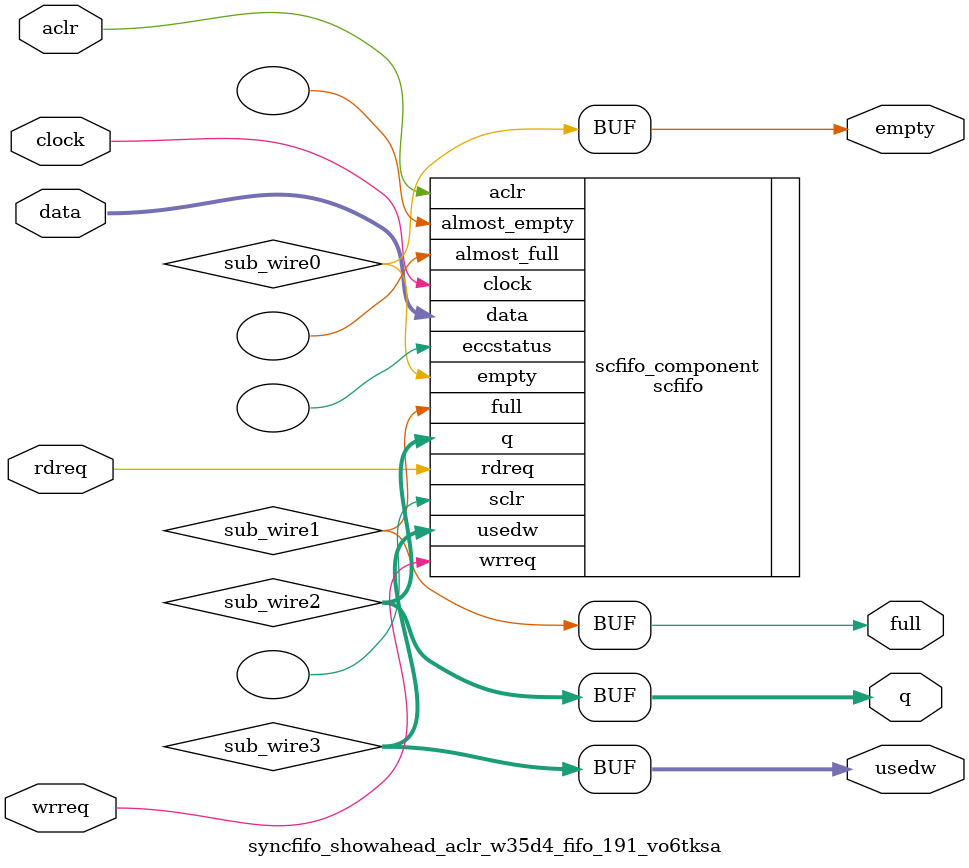
<source format=v>



`timescale 1 ps / 1 ps
// synopsys translate_on
module  syncfifo_showahead_aclr_w35d4_fifo_191_vo6tksa  (
    aclr,
    clock,
    data,
    rdreq,
    wrreq,
    empty,
    full,
    q,
    usedw);

    input    aclr;
    input    clock;
    input  [34:0]  data;
    input    rdreq;
    input    wrreq;
    output   empty;
    output   full;
    output [34:0]  q;
    output [1:0]  usedw;

    wire  sub_wire0;
    wire  sub_wire1;
    wire [34:0] sub_wire2;
    wire [1:0] sub_wire3;
    wire  empty = sub_wire0;
    wire  full = sub_wire1;
    wire [34:0] q = sub_wire2[34:0];
    wire [1:0] usedw = sub_wire3[1:0];

    scfifo  scfifo_component (
                .aclr (aclr),
                .clock (clock),
                .data (data),
                .rdreq (rdreq),
                .wrreq (wrreq),
                .empty (sub_wire0),
                .full (sub_wire1),
                .q (sub_wire2),
                .usedw (sub_wire3),
                .almost_empty (),
                .almost_full (),
                .eccstatus (),
                .sclr ());
    defparam
        scfifo_component.add_ram_output_register  = "OFF",
        scfifo_component.enable_ecc  = "FALSE",
        scfifo_component.intended_device_family  = "Arria 10",
        scfifo_component.lpm_numwords  = 4,
        scfifo_component.lpm_showahead  = "ON",
        scfifo_component.lpm_type  = "scfifo",
        scfifo_component.lpm_width  = 35,
        scfifo_component.lpm_widthu  = 2,
        scfifo_component.overflow_checking  = "ON",
        scfifo_component.underflow_checking  = "ON",
        scfifo_component.use_eab  = "ON";


endmodule



</source>
